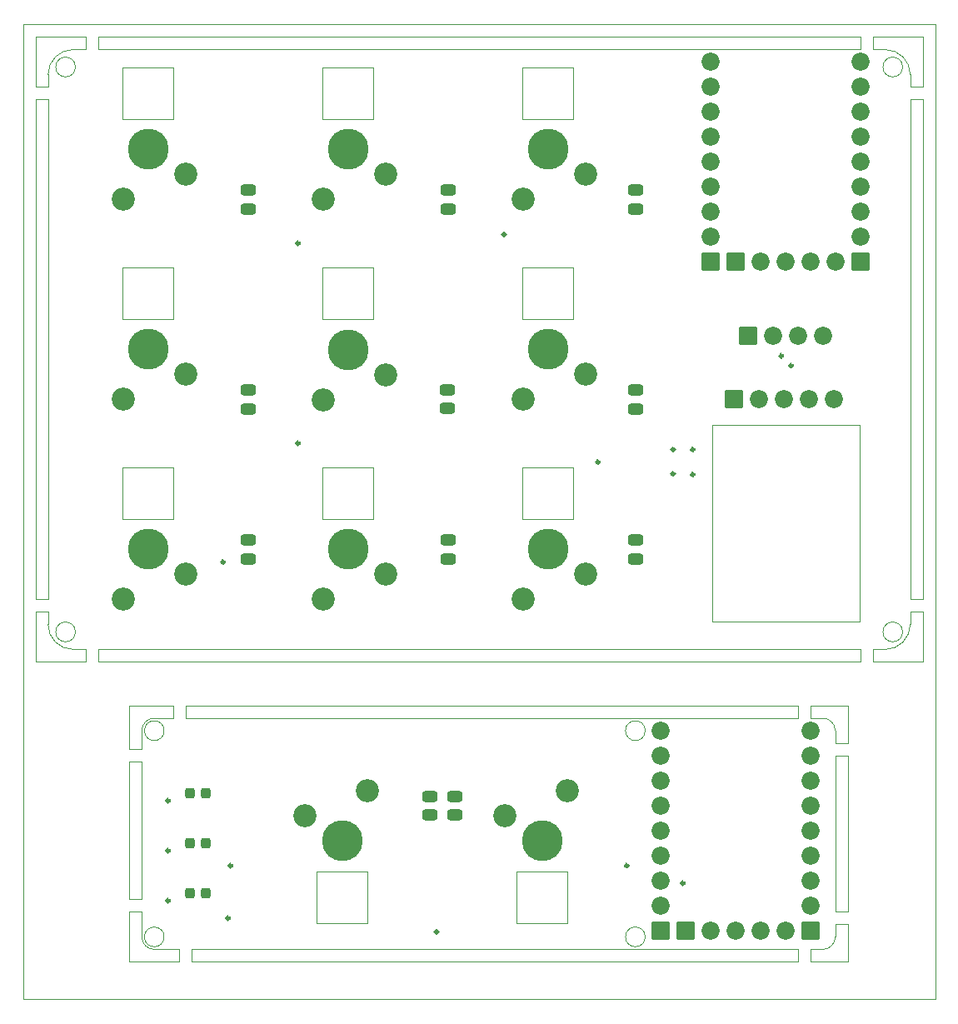
<source format=gbr>
%TF.GenerationSoftware,KiCad,Pcbnew,(6.0.5)*%
%TF.CreationDate,2022-06-14T18:11:56+08:00*%
%TF.ProjectId,keyboard_V4___,6b657962-6f61-4726-945f-56345f087f2e,rev?*%
%TF.SameCoordinates,Original*%
%TF.FileFunction,Soldermask,Top*%
%TF.FilePolarity,Negative*%
%FSLAX46Y46*%
G04 Gerber Fmt 4.6, Leading zero omitted, Abs format (unit mm)*
G04 Created by KiCad (PCBNEW (6.0.5)) date 2022-06-14 18:11:56*
%MOMM*%
%LPD*%
G01*
G04 APERTURE LIST*
G04 Aperture macros list*
%AMRoundRect*
0 Rectangle with rounded corners*
0 $1 Rounding radius*
0 $2 $3 $4 $5 $6 $7 $8 $9 X,Y pos of 4 corners*
0 Add a 4 corners polygon primitive as box body*
4,1,4,$2,$3,$4,$5,$6,$7,$8,$9,$2,$3,0*
0 Add four circle primitives for the rounded corners*
1,1,$1+$1,$2,$3*
1,1,$1+$1,$4,$5*
1,1,$1+$1,$6,$7*
1,1,$1+$1,$8,$9*
0 Add four rect primitives between the rounded corners*
20,1,$1+$1,$2,$3,$4,$5,0*
20,1,$1+$1,$4,$5,$6,$7,0*
20,1,$1+$1,$6,$7,$8,$9,0*
20,1,$1+$1,$8,$9,$2,$3,0*%
G04 Aperture macros list end*
%ADD10C,0.304000*%
%TA.AperFunction,Profile*%
%ADD11C,0.050000*%
%TD*%
%ADD12RoundRect,0.288750X-0.218750X-0.256250X0.218750X-0.256250X0.218750X0.256250X-0.218750X0.256250X0*%
%ADD13RoundRect,0.320000X-0.475000X0.250000X-0.475000X-0.250000X0.475000X-0.250000X0.475000X0.250000X0*%
%ADD14C,4.140000*%
%ADD15C,2.340000*%
%ADD16RoundRect,0.070000X0.850000X-0.850000X0.850000X0.850000X-0.850000X0.850000X-0.850000X-0.850000X0*%
%ADD17O,1.840000X1.840000*%
%ADD18RoundRect,0.070000X0.850000X0.850000X-0.850000X0.850000X-0.850000X-0.850000X0.850000X-0.850000X0*%
%ADD19RoundRect,0.320000X0.475000X-0.250000X0.475000X0.250000X-0.475000X0.250000X-0.475000X-0.250000X0*%
G04 APERTURE END LIST*
D10*
X48920000Y-144145000D02*
G75*
G03*
X48920000Y-144145000I-152000J0D01*
G01*
X56032000Y-95885000D02*
G75*
G03*
X56032000Y-95885000I-152000J0D01*
G01*
X42824000Y-132207000D02*
G75*
G03*
X42824000Y-132207000I-152000J0D01*
G01*
X96152000Y-99060000D02*
G75*
G03*
X96152000Y-99060000I-152000J0D01*
G01*
X95148000Y-140589000D02*
G75*
G03*
X95148000Y-140589000I-152000J0D01*
G01*
X70129000Y-145542000D02*
G75*
G03*
X70129000Y-145542000I-152000J0D01*
G01*
X94152000Y-96520000D02*
G75*
G03*
X94152000Y-96520000I-152000J0D01*
G01*
X42824000Y-142367000D02*
G75*
G03*
X42824000Y-142367000I-152000J0D01*
G01*
X105152000Y-87000000D02*
G75*
G03*
X105152000Y-87000000I-152000J0D01*
G01*
X42824000Y-137287000D02*
G75*
G03*
X42824000Y-137287000I-152000J0D01*
G01*
X56032000Y-75565000D02*
G75*
G03*
X56032000Y-75565000I-152000J0D01*
G01*
X76987000Y-74676000D02*
G75*
G03*
X76987000Y-74676000I-152000J0D01*
G01*
X48412000Y-107950000D02*
G75*
G03*
X48412000Y-107950000I-152000J0D01*
G01*
X89433000Y-138811000D02*
G75*
G03*
X89433000Y-138811000I-152000J0D01*
G01*
X94152000Y-99000000D02*
G75*
G03*
X94152000Y-99000000I-152000J0D01*
G01*
X86512000Y-97790000D02*
G75*
G03*
X86512000Y-97790000I-152000J0D01*
G01*
X49174000Y-138811000D02*
G75*
G03*
X49174000Y-138811000I-152000J0D01*
G01*
X96152000Y-96520000D02*
G75*
G03*
X96152000Y-96520000I-152000J0D01*
G01*
X106152000Y-88000000D02*
G75*
G03*
X106152000Y-88000000I-152000J0D01*
G01*
D11*
X110490000Y-125095000D02*
G75*
G03*
X109220000Y-123825000I-1270000J0D01*
G01*
X40005000Y-146050000D02*
G75*
G03*
X41275000Y-147320000I1270000J0D01*
G01*
X119380000Y-60960000D02*
X118110000Y-60960000D01*
X114300000Y-116840000D02*
X114300000Y-118110000D01*
X30480000Y-113030000D02*
X30480000Y-114300000D01*
X106680000Y-148590000D02*
X106680000Y-147320000D01*
X44450000Y-122555000D02*
X44450000Y-123825000D01*
X40005000Y-125095000D02*
X40005000Y-127000000D01*
X111760000Y-148590000D02*
X111760000Y-144780000D01*
X43241538Y-103567747D02*
X38059938Y-103567747D01*
X38059938Y-103567747D02*
X38059938Y-98356147D01*
X38059938Y-98356147D02*
X43241538Y-98356147D01*
X43241538Y-98356147D02*
X43241538Y-103567747D01*
X110490000Y-126365000D02*
X110490000Y-125095000D01*
X109220000Y-147320000D02*
G75*
G03*
X110490000Y-146050000I0J1270000D01*
G01*
X119380000Y-111760000D02*
X119380000Y-60960000D01*
X113030000Y-55880000D02*
X35560000Y-55880000D01*
X118110000Y-111760000D02*
X119380000Y-111760000D01*
X57789200Y-139414200D02*
X62970800Y-139414200D01*
X62970800Y-139414200D02*
X62970800Y-144666600D01*
X62970800Y-144666600D02*
X57789200Y-144666600D01*
X57789200Y-144666600D02*
X57789200Y-139414200D01*
X113030000Y-55880000D02*
X113030000Y-54610000D01*
X29210000Y-54610000D02*
X29210000Y-59690000D01*
X107950000Y-147320000D02*
X107950000Y-148590000D01*
X35560000Y-116840000D02*
X35560000Y-118110000D01*
X34290000Y-54610000D02*
X34290000Y-55880000D01*
X83870800Y-83235800D02*
X78689200Y-83235800D01*
X78689200Y-83235800D02*
X78689200Y-78054200D01*
X78689200Y-78054200D02*
X83870800Y-78054200D01*
X83870800Y-78054200D02*
X83870800Y-83235800D01*
X40005000Y-128270000D02*
X40005000Y-142240000D01*
X27940000Y-53340000D02*
X120650000Y-53340000D01*
X120650000Y-53340000D02*
X120650000Y-152400000D01*
X120650000Y-152400000D02*
X27940000Y-152400000D01*
X27940000Y-152400000D02*
X27940000Y-53340000D01*
X40005000Y-143510000D02*
X40005000Y-146050000D01*
X114300000Y-55880000D02*
X114300000Y-54610000D01*
X117332000Y-57658000D02*
G75*
G03*
X117332000Y-57658000I-1000000J0D01*
G01*
X110490000Y-144780000D02*
X110490000Y-146050000D01*
X38735000Y-142240000D02*
X38735000Y-128270000D01*
X110490000Y-143510000D02*
X111760000Y-143510000D01*
X111760000Y-143510000D02*
X111760000Y-127635000D01*
X34290000Y-54610000D02*
X29210000Y-54610000D01*
X30480000Y-60960000D02*
X29210000Y-60960000D01*
X83876806Y-103618547D02*
X78695206Y-103618547D01*
X78695206Y-103618547D02*
X78695206Y-98315347D01*
X78695206Y-98315347D02*
X83876806Y-98315347D01*
X83876806Y-98315347D02*
X83876806Y-103618547D01*
X35560000Y-54610000D02*
X35560000Y-55880000D01*
X43241538Y-83255800D02*
X38059938Y-83255800D01*
X38059938Y-83255800D02*
X38059938Y-78054200D01*
X38059938Y-78054200D02*
X43241538Y-78054200D01*
X43241538Y-78054200D02*
X43241538Y-83255800D01*
X111760000Y-144780000D02*
X110490000Y-144780000D01*
X38735000Y-143510000D02*
X40005000Y-143510000D01*
X91170000Y-146050000D02*
G75*
G03*
X91170000Y-146050000I-1000000J0D01*
G01*
X30480000Y-59690000D02*
X30480000Y-58420000D01*
X29210000Y-60960000D02*
X29210000Y-111760000D01*
X119380000Y-54610000D02*
X119380000Y-59690000D01*
X63559172Y-83255800D02*
X58377572Y-83255800D01*
X58377572Y-83255800D02*
X58377572Y-78054200D01*
X58377572Y-78054200D02*
X63559172Y-78054200D01*
X63559172Y-78054200D02*
X63559172Y-83255800D01*
X63550800Y-103575000D02*
X58369200Y-103575000D01*
X58369200Y-103575000D02*
X58369200Y-98322600D01*
X58369200Y-98322600D02*
X63550800Y-98322600D01*
X63550800Y-98322600D02*
X63550800Y-103575000D01*
X33020000Y-55880000D02*
X34290000Y-55880000D01*
X43815000Y-148590000D02*
X43815000Y-147320000D01*
X119380000Y-118110000D02*
X119380000Y-113030000D01*
X43180000Y-123825000D02*
X41275000Y-123825000D01*
X115570000Y-55880000D02*
X114300000Y-55880000D01*
X117332000Y-115062000D02*
G75*
G03*
X117332000Y-115062000I-1000000J0D01*
G01*
X41275000Y-123825000D02*
G75*
G03*
X40005000Y-125095000I0J-1270000D01*
G01*
X40005000Y-127000000D02*
X38735000Y-127000000D01*
X114300000Y-54610000D02*
X119380000Y-54610000D01*
X78109200Y-139398800D02*
X83290800Y-139398800D01*
X83290800Y-139398800D02*
X83290800Y-144651200D01*
X83290800Y-144651200D02*
X78109200Y-144651200D01*
X78109200Y-144651200D02*
X78109200Y-139398800D01*
X118110000Y-60960000D02*
X118110000Y-111760000D01*
X113030000Y-54610000D02*
X35560000Y-54610000D01*
X30480000Y-60960000D02*
X30480000Y-111760000D01*
X106680000Y-147320000D02*
X45085000Y-147320000D01*
X44450000Y-123825000D02*
X106680000Y-123825000D01*
X30480000Y-114300000D02*
G75*
G03*
X33020000Y-116840000I2540000J0D01*
G01*
X42275000Y-125095000D02*
G75*
G03*
X42275000Y-125095000I-1000000J0D01*
G01*
X45085000Y-147320000D02*
X45085000Y-148590000D01*
X110490000Y-127635000D02*
X110490000Y-143510000D01*
X111760000Y-122555000D02*
X111760000Y-126365000D01*
X30480000Y-113030000D02*
X29210000Y-113030000D01*
X107950000Y-148590000D02*
X111760000Y-148590000D01*
X43230800Y-62935800D02*
X38049200Y-62935800D01*
X38049200Y-62935800D02*
X38049200Y-57714200D01*
X38049200Y-57714200D02*
X43230800Y-57714200D01*
X43230800Y-57714200D02*
X43230800Y-62935800D01*
X34290000Y-118110000D02*
X34290000Y-116840000D01*
X38735000Y-122555000D02*
X43180000Y-122555000D01*
X29210000Y-111760000D02*
X30480000Y-111760000D01*
X40005000Y-142240000D02*
X38735000Y-142240000D01*
X111760000Y-127635000D02*
X110490000Y-127635000D01*
X113030000Y-118110000D02*
X113030000Y-116840000D01*
X119380000Y-59690000D02*
X118110000Y-59690000D01*
X106680000Y-122555000D02*
X44450000Y-122555000D01*
X43815000Y-147320000D02*
X41275000Y-147320000D01*
X45085000Y-148590000D02*
X106680000Y-148590000D01*
X115570000Y-116840000D02*
X114300000Y-116840000D01*
X118110000Y-58420000D02*
X118110000Y-59690000D01*
X114300000Y-118110000D02*
X119380000Y-118110000D01*
X109220000Y-123825000D02*
X107950000Y-123825000D01*
X35560000Y-116840000D02*
X113030000Y-116840000D01*
X29210000Y-113030000D02*
X29210000Y-118110000D01*
X107950000Y-123825000D02*
X107950000Y-122555000D01*
X34290000Y-116840000D02*
X33020000Y-116840000D01*
X83870800Y-62925800D02*
X78689200Y-62925800D01*
X78689200Y-62925800D02*
X78689200Y-57683400D01*
X78689200Y-57683400D02*
X83870800Y-57683400D01*
X83870800Y-57683400D02*
X83870800Y-62925800D01*
X38735000Y-127000000D02*
X38735000Y-122555000D01*
X107950000Y-122555000D02*
X111760000Y-122555000D01*
X35560000Y-118110000D02*
X113030000Y-118110000D01*
X33258000Y-57658000D02*
G75*
G03*
X33258000Y-57658000I-1000000J0D01*
G01*
X38735000Y-143510000D02*
X38735000Y-148590000D01*
X91170000Y-125095000D02*
G75*
G03*
X91170000Y-125095000I-1000000J0D01*
G01*
X29210000Y-118110000D02*
X34290000Y-118110000D01*
X33020000Y-55880000D02*
G75*
G03*
X30480000Y-58420000I0J-2540000D01*
G01*
X118110000Y-58420000D02*
G75*
G03*
X115570000Y-55880000I-2540000J0D01*
G01*
X63550800Y-62935800D02*
X58369200Y-62935800D01*
X58369200Y-62935800D02*
X58369200Y-57714200D01*
X58369200Y-57714200D02*
X63550800Y-57714200D01*
X63550800Y-57714200D02*
X63550800Y-62935800D01*
X98000000Y-94000000D02*
X113000000Y-94000000D01*
X113000000Y-94000000D02*
X113000000Y-114000000D01*
X113000000Y-114000000D02*
X98000000Y-114000000D01*
X98000000Y-114000000D02*
X98000000Y-94000000D01*
X29210000Y-59690000D02*
X30480000Y-59690000D01*
X43180000Y-122555000D02*
X43180000Y-123825000D01*
X106680000Y-123825000D02*
X106680000Y-122555000D01*
X42275000Y-146050000D02*
G75*
G03*
X42275000Y-146050000I-1000000J0D01*
G01*
X118110000Y-113030000D02*
X118110000Y-114300000D01*
X115570000Y-116840000D02*
G75*
G03*
X118110000Y-114300000I0J2540000D01*
G01*
X33258000Y-115062000D02*
G75*
G03*
X33258000Y-115062000I-1000000J0D01*
G01*
X38735000Y-148590000D02*
X43815000Y-148590000D01*
X109220000Y-147320000D02*
X107950000Y-147320000D01*
X119380000Y-113030000D02*
X118110000Y-113030000D01*
X111760000Y-126365000D02*
X110490000Y-126365000D01*
X38735000Y-128270000D02*
X40005000Y-128270000D01*
D12*
%TO.C,MODE\uFF13*%
X44932500Y-141605000D03*
X46507500Y-141605000D03*
%TD*%
%TO.C,MODE\uFF12*%
X44932500Y-136525000D03*
X46507500Y-136525000D03*
%TD*%
%TO.C,MODE\uFF11*%
X44932500Y-131445000D03*
X46507500Y-131445000D03*
%TD*%
D13*
%TO.C,TS4148*%
X71046677Y-90451243D03*
X71046677Y-92351243D03*
%TD*%
D14*
%TO.C,SW7*%
X40640000Y-66040000D03*
D15*
X38100000Y-71120000D03*
X44450000Y-68580000D03*
%TD*%
D14*
%TO.C,SW8*%
X60960000Y-66040000D03*
D15*
X58420000Y-71120000D03*
X64770000Y-68580000D03*
%TD*%
D13*
%TO.C,TS4148*%
X50800000Y-70170000D03*
X50800000Y-72070000D03*
%TD*%
%TO.C,TS4148*%
X71120000Y-105730000D03*
X71120000Y-107630000D03*
%TD*%
D16*
%TO.C,REF\u002A\u002A*%
X95250000Y-145415000D03*
D17*
X97790000Y-145415000D03*
X100330000Y-145415000D03*
X102870000Y-145415000D03*
X105410000Y-145415000D03*
%TD*%
D18*
%TO.C,REF\u002A\u002A*%
X97790000Y-77470000D03*
D17*
X97790000Y-74930000D03*
X97790000Y-72390000D03*
X97790000Y-69850000D03*
X97790000Y-67310000D03*
X97790000Y-64770000D03*
X97790000Y-62230000D03*
X97790000Y-59690000D03*
X97790000Y-57150000D03*
%TD*%
D13*
%TO.C,TS4148*%
X90170000Y-70170000D03*
X90170000Y-72070000D03*
%TD*%
%TO.C,TS4148*%
X50800000Y-90490000D03*
X50800000Y-92390000D03*
%TD*%
D14*
%TO.C,SW3*%
X81280000Y-106680000D03*
D15*
X78740000Y-111760000D03*
X85090000Y-109220000D03*
%TD*%
D14*
%TO.C,SW7*%
X60380000Y-136300000D03*
D15*
X62920000Y-131220000D03*
X56570000Y-133760000D03*
%TD*%
D14*
%TO.C,SW7*%
X80700000Y-136300000D03*
D15*
X83240000Y-131220000D03*
X76890000Y-133760000D03*
%TD*%
D14*
%TO.C,SW2*%
X60960000Y-106680000D03*
D15*
X58420000Y-111760000D03*
X64770000Y-109220000D03*
%TD*%
D14*
%TO.C,SW4*%
X40640000Y-86360000D03*
D15*
X38100000Y-91440000D03*
X44450000Y-88900000D03*
%TD*%
D18*
%TO.C,REF\u002A\u002A*%
X113030000Y-77470000D03*
D17*
X113030000Y-74930000D03*
X113030000Y-72390000D03*
X113030000Y-69850000D03*
X113030000Y-67310000D03*
X113030000Y-64770000D03*
X113030000Y-62230000D03*
X113030000Y-59690000D03*
X113030000Y-57150000D03*
%TD*%
D19*
%TO.C,TS4148*%
X71810000Y-133665000D03*
X71810000Y-131765000D03*
%TD*%
D14*
%TO.C,SW5*%
X60979218Y-86369609D03*
D15*
X58439218Y-91449609D03*
X64789218Y-88909609D03*
%TD*%
D14*
%TO.C,SW9*%
X81280000Y-66040000D03*
D15*
X78740000Y-71120000D03*
X85090000Y-68580000D03*
%TD*%
D13*
%TO.C,TS4148*%
X90170000Y-105730000D03*
X90170000Y-107630000D03*
%TD*%
D18*
%TO.C,REF\u002A\u002A*%
X92710000Y-145415000D03*
D17*
X92710000Y-142875000D03*
X92710000Y-140335000D03*
X92710000Y-137795000D03*
X92710000Y-135255000D03*
X92710000Y-132715000D03*
X92710000Y-130175000D03*
X92710000Y-127635000D03*
X92710000Y-125095000D03*
%TD*%
D14*
%TO.C,SW6*%
X81280000Y-86360000D03*
D15*
X78740000Y-91440000D03*
X85090000Y-88900000D03*
%TD*%
D18*
%TO.C,REF\u002A\u002A*%
X107950000Y-145415000D03*
D17*
X107950000Y-142875000D03*
X107950000Y-140335000D03*
X107950000Y-137795000D03*
X107950000Y-135255000D03*
X107950000Y-132715000D03*
X107950000Y-130175000D03*
X107950000Y-127635000D03*
X107950000Y-125095000D03*
%TD*%
D14*
%TO.C,SW1*%
X40640000Y-106680000D03*
D15*
X38100000Y-111760000D03*
X44450000Y-109220000D03*
%TD*%
D16*
%TO.C,REF\u002A\u002A*%
X100330000Y-77470000D03*
D17*
X102870000Y-77470000D03*
X105410000Y-77470000D03*
X107950000Y-77470000D03*
X110490000Y-77470000D03*
%TD*%
D16*
%TO.C,OLED*%
X101610000Y-84963000D03*
D17*
X104150000Y-84963000D03*
X106690000Y-84963000D03*
X109230000Y-84963000D03*
%TD*%
D13*
%TO.C,TS4148*%
X90170000Y-90490000D03*
X90170000Y-92390000D03*
%TD*%
D16*
%TO.C,EC11*%
X100203000Y-91440000D03*
D17*
X102743000Y-91440000D03*
X105283000Y-91440000D03*
X107823000Y-91440000D03*
X110363000Y-91440000D03*
%TD*%
D13*
%TO.C,TS4148*%
X50800000Y-105730000D03*
X50800000Y-107630000D03*
%TD*%
%TO.C,TS4148*%
X71120000Y-70170000D03*
X71120000Y-72070000D03*
%TD*%
D19*
%TO.C,TS4148*%
X69270000Y-133665000D03*
X69270000Y-131765000D03*
%TD*%
M02*

</source>
